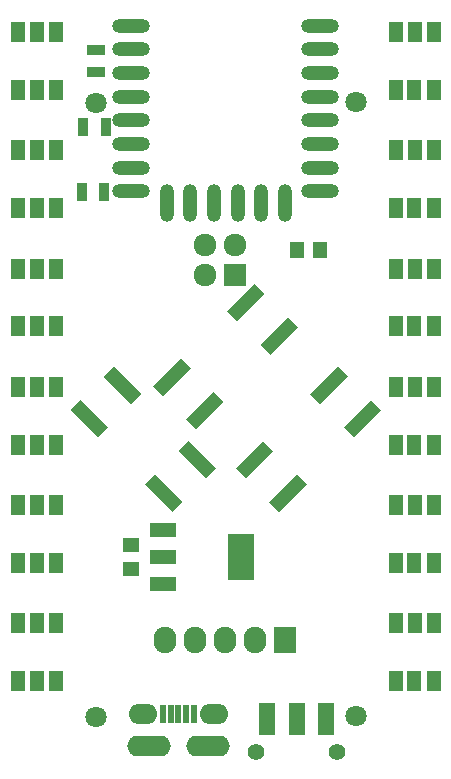
<source format=gts>
G04 #@! TF.FileFunction,Soldermask,Top*
%FSLAX46Y46*%
G04 Gerber Fmt 4.6, Leading zero omitted, Abs format (unit mm)*
G04 Created by KiCad (PCBNEW 4.0.2+dfsg1-stable) date Mon 05 Nov 2018 12:17:06 AM EST*
%MOMM*%
G01*
G04 APERTURE LIST*
%ADD10C,0.100000*%
%ADD11R,1.200000X1.450000*%
%ADD12R,1.200000X1.700000*%
%ADD13O,3.200000X1.200000*%
%ADD14O,1.200000X3.200000*%
%ADD15R,1.927200X2.232000*%
%ADD16O,1.927200X2.232000*%
%ADD17R,0.590000X1.550000*%
%ADD18O,3.700000X1.760000*%
%ADD19O,2.450000X1.700000*%
%ADD20R,1.927200X1.927200*%
%ADD21O,1.927200X1.927200*%
%ADD22R,0.900000X1.500000*%
%ADD23C,1.400000*%
%ADD24R,1.400000X2.700000*%
%ADD25C,1.800000*%
%ADD26R,1.500000X0.900000*%
%ADD27R,2.232000X3.857600*%
%ADD28R,2.232000X1.216000*%
%ADD29R,1.450000X1.200000*%
G04 APERTURE END LIST*
D10*
D11*
X119000000Y-90000000D03*
X121000000Y-90000000D03*
D12*
X127400000Y-76450000D03*
X128950000Y-76450000D03*
X130600000Y-76450000D03*
X130600000Y-71550000D03*
X129000000Y-71550000D03*
X127400000Y-71550000D03*
X127400000Y-86450000D03*
X128950000Y-86450000D03*
X130600000Y-86450000D03*
X130600000Y-81550000D03*
X129000000Y-81550000D03*
X127400000Y-81550000D03*
X127400000Y-96450000D03*
X128950000Y-96450000D03*
X130600000Y-96450000D03*
X130600000Y-91550000D03*
X129000000Y-91550000D03*
X127400000Y-91550000D03*
X127400000Y-106450000D03*
X128950000Y-106450000D03*
X130600000Y-106450000D03*
X130600000Y-101550000D03*
X129000000Y-101550000D03*
X127400000Y-101550000D03*
X127400000Y-116450000D03*
X128950000Y-116450000D03*
X130600000Y-116450000D03*
X130600000Y-111550000D03*
X129000000Y-111550000D03*
X127400000Y-111550000D03*
X127400000Y-126450000D03*
X128950000Y-126450000D03*
X130600000Y-126450000D03*
X130600000Y-121550000D03*
X129000000Y-121550000D03*
X127400000Y-121550000D03*
X98600000Y-121550000D03*
X97050000Y-121550000D03*
X95400000Y-121550000D03*
X95400000Y-126450000D03*
X97000000Y-126450000D03*
X98600000Y-126450000D03*
X98600000Y-111550000D03*
X97050000Y-111550000D03*
X95400000Y-111550000D03*
X95400000Y-116450000D03*
X97000000Y-116450000D03*
X98600000Y-116450000D03*
X98600000Y-101550000D03*
X97050000Y-101550000D03*
X95400000Y-101550000D03*
X95400000Y-106450000D03*
X97000000Y-106450000D03*
X98600000Y-106450000D03*
X98600000Y-91550000D03*
X97050000Y-91550000D03*
X95400000Y-91550000D03*
X95400000Y-96450000D03*
X97000000Y-96450000D03*
X98600000Y-96450000D03*
X98600000Y-81550000D03*
X97050000Y-81550000D03*
X95400000Y-81550000D03*
X95400000Y-86450000D03*
X97000000Y-86450000D03*
X98600000Y-86450000D03*
X98600000Y-71550000D03*
X97050000Y-71550000D03*
X95400000Y-71550000D03*
X95400000Y-76450000D03*
X97000000Y-76450000D03*
X98600000Y-76450000D03*
D13*
X105000000Y-71000000D03*
X105000000Y-73000000D03*
X105000000Y-75000000D03*
X105000000Y-77000000D03*
X105000000Y-79000000D03*
X105000000Y-81000000D03*
X105000000Y-83000000D03*
X105000000Y-85000000D03*
D14*
X108000000Y-86000000D03*
X110000000Y-86000000D03*
X112000000Y-86000000D03*
X114000000Y-86000000D03*
X116000000Y-86000000D03*
X118000000Y-86000000D03*
D13*
X121000000Y-85000000D03*
X121000000Y-83000000D03*
X121000000Y-81000000D03*
X121000000Y-79000000D03*
X121000000Y-77000000D03*
X121000000Y-75000000D03*
X121000000Y-73000000D03*
X121000000Y-71000000D03*
D15*
X118000000Y-123000000D03*
D16*
X115460000Y-123000000D03*
X112920000Y-123000000D03*
X110380000Y-123000000D03*
X107840000Y-123000000D03*
D17*
X107700000Y-129300000D03*
X108350000Y-129300000D03*
X109000000Y-129300000D03*
X109650000Y-129300000D03*
X110300000Y-129300000D03*
D18*
X111500000Y-132000000D03*
X106500000Y-132000000D03*
D19*
X112000000Y-129300000D03*
X106000000Y-129300000D03*
D20*
X113792000Y-92075000D03*
D21*
X111252000Y-92075000D03*
X113792000Y-89535000D03*
X111252000Y-89535000D03*
D22*
X100930000Y-79610000D03*
X102830000Y-79610000D03*
X100790000Y-85050000D03*
X102690000Y-85050000D03*
D10*
G36*
X107693164Y-102326937D02*
X106844636Y-101478409D01*
X109178088Y-99144957D01*
X110026616Y-99993485D01*
X107693164Y-102326937D01*
X107693164Y-102326937D01*
G37*
G36*
X110521591Y-105155364D02*
X109673063Y-104306836D01*
X112006515Y-101973384D01*
X112855043Y-102821912D01*
X110521591Y-105155364D01*
X110521591Y-105155364D01*
G37*
G36*
X116821912Y-98855043D02*
X115973384Y-98006515D01*
X118306836Y-95673063D01*
X119155364Y-96521591D01*
X116821912Y-98855043D01*
X116821912Y-98855043D01*
G37*
G36*
X113993485Y-96026616D02*
X113144957Y-95178088D01*
X115478409Y-92844636D01*
X116326937Y-93693164D01*
X113993485Y-96026616D01*
X113993485Y-96026616D01*
G37*
G36*
X109326937Y-111306836D02*
X108478409Y-112155364D01*
X106144957Y-109821912D01*
X106993485Y-108973384D01*
X109326937Y-111306836D01*
X109326937Y-111306836D01*
G37*
G36*
X112155364Y-108478409D02*
X111306836Y-109326937D01*
X108973384Y-106993485D01*
X109821912Y-106144957D01*
X112155364Y-108478409D01*
X112155364Y-108478409D01*
G37*
G36*
X105855043Y-102178088D02*
X105006515Y-103026616D01*
X102673063Y-100693164D01*
X103521591Y-99844636D01*
X105855043Y-102178088D01*
X105855043Y-102178088D01*
G37*
G36*
X103026616Y-105006515D02*
X102178088Y-105855043D01*
X99844636Y-103521591D01*
X100693164Y-102673063D01*
X103026616Y-105006515D01*
X103026616Y-105006515D01*
G37*
G36*
X114693164Y-109326937D02*
X113844636Y-108478409D01*
X116178088Y-106144957D01*
X117026616Y-106993485D01*
X114693164Y-109326937D01*
X114693164Y-109326937D01*
G37*
G36*
X117521591Y-112155364D02*
X116673063Y-111306836D01*
X119006515Y-108973384D01*
X119855043Y-109821912D01*
X117521591Y-112155364D01*
X117521591Y-112155364D01*
G37*
G36*
X123821912Y-105855043D02*
X122973384Y-105006515D01*
X125306836Y-102673063D01*
X126155364Y-103521591D01*
X123821912Y-105855043D01*
X123821912Y-105855043D01*
G37*
G36*
X120993485Y-103026616D02*
X120144957Y-102178088D01*
X122478409Y-99844636D01*
X123326937Y-100693164D01*
X120993485Y-103026616D01*
X120993485Y-103026616D01*
G37*
D23*
X115600000Y-132500000D03*
X122400000Y-132500000D03*
D24*
X116500000Y-129700000D03*
X119000000Y-129700000D03*
X121500000Y-129700000D03*
D25*
X102000000Y-129550000D03*
X102000000Y-77550000D03*
X124000000Y-77450000D03*
X124000000Y-129450000D03*
D26*
X102000000Y-73050000D03*
X102000000Y-74950000D03*
D27*
X114302000Y-116000000D03*
D28*
X107698000Y-116000000D03*
X107698000Y-118286000D03*
X107698000Y-113714000D03*
D29*
X105000000Y-117000000D03*
X105000000Y-115000000D03*
M02*

</source>
